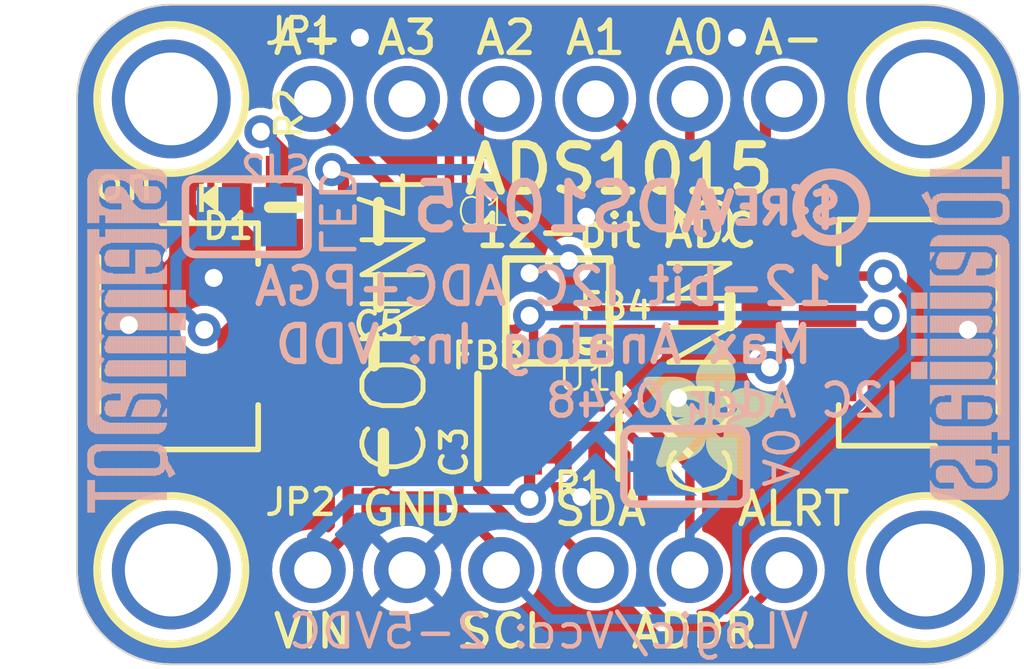
<source format=kicad_pcb>
(kicad_pcb (version 20221018) (generator pcbnew)
  (layers (0 "F.Cu" signal) (31 "B.Cu" signal) (34 "B.Paste" user) (35 "F.Paste" user) (36 "B.SilkS" user "B.Silkscreen") (37 "F.SilkS" user "F.Silkscreen") (38 "B.Mask" user) (39 "F.Mask" user) (44 "Edge.Cuts" user))
  (net 0 "")
  (net 1 "GND")
  (net 2 "SCL")
  (net 3 "SDA")
  (net 4 "ADDR")
  (net 5 "ALERT")
  (net 6 "AIN0")
  (net 7 "AIN1")
  (net 8 "AIN2")
  (net 9 "AIN3")
  (net 10 "VCC")
  (net 11 "N$3")
  (net 12 "AVDD")
  (net 13 "AGND")
  (net 14 "N$1")
  (footprint "working:0603-NO" (layer "F.Cu") (at 143.8021 105.4481)
    (fp_text reference "FB3" (at 2.032 0.127) (layer "F.SilkS") (effects (font (size 0.692831 0.692831) (thickness 0.119969)) (justify left)))
    (fp_text value "FERRITE")
    (pad "1" smd rect (at -0.85 0) (size 1.075 1) (layers "F.Cu" "F.Paste" "F.Mask") (net 10 "VCC"))
    (pad "2" smd rect (at 0.85 0) (size 1.075 1) (layers "F.Cu" "F.Paste" "F.Mask") (net 12 "AVDD"))
  )
  (footprint "working:0603-NO" (layer "F.Cu") (at 153.3906 104.3686 180)
    (fp_text reference "FB4" (at 2.032 0.127) (layer "F.SilkS") (effects (font (size 0.692831 0.692831) (thickness 0.119969)) (justify right)))
    (fp_text value "FERRITE")
    (pad "1" smd rect (at -0.85 0 180) (size 1.075 1) (layers "F.Cu" "F.Paste" "F.Mask") (net 1 "GND"))
    (pad "2" smd rect (at 0.85 0 180) (size 1.075 1) (layers "F.Cu" "F.Paste" "F.Mask") (net 13 "AGND"))
  )
  (footprint "working:MOUNTINGHOLE_2.5_PLATED" (layer "F.Cu") (at 158.6611 98.6536)
    (fp_text reference "U$27" hide)
    (fp_text value "MOUNTINGHOLE2.5" hide)
    (pad "P$1" thru_hole circle (at 0 0) (size 3.2 3.2) (drill 2.5) (layers "*.Cu" "*.Mask"))
    (zone (net 0) (net_name "") (layer "F.Cu") (connect_pads (clearance 0)) (min_thickness 0.25)
      (keepout (tracks not_allowed) (vias not_allowed) (pads not_allowed) (copperpour not_allowed) (footprints allowed))
      (fill (thermal_gap 0.5) (thermal_bridge_width 0.5))
      (polygon (pts (xy 160.6771 98.6536) (xy 160.65748 98.373027) (xy 160.599004 98.097915) (xy 160.502808 97.833619) (xy 160.370765 97.585283) (xy 160.205446 97.35774) (xy 160.010067 97.15542) (xy 159.788433 96.98226) (xy 159.544856 96.841631) (xy 159.284078 96.73627) (xy 159.011175 96.668228) (xy 158.731457 96.638828) (xy 158.450371 96.648644) (xy 158.173385 96.697484) (xy 157.905893 96.784397) (xy 157.6531 96.907693) (xy 157.419926 97.06497) (xy 157.210911 97.253169) (xy 157.030122 97.468625) (xy 156.881078 97.707145) (xy 156.76668 97.964087) (xy 156.689154 98.23445) (xy 156.650011 98.512971) (xy 156.650011 98.794229) (xy 156.689154 99.07275) (xy 156.76668 99.343113) (xy 156.881078 99.600055) (xy 157.030122 99.838575) (xy 157.210911 100.054031) (xy 157.419926 100.24223) (xy 157.6531 100.399507) (xy 157.905893 100.522803) (xy 158.173385 100.609716) (xy 158.450371 100.658556) (xy 158.731457 100.668372) (xy 159.011175 100.638972) (xy 159.284078 100.57093) (xy 159.544856 100.465569) (xy 159.788433 100.32494) (xy 160.010067 100.15178) (xy 160.205446 99.94946) (xy 160.370765 99.721917) (xy 160.502808 99.473581) (xy 160.599004 99.209285) (xy 160.65748 98.934173)))
      (polygon (pts (xy 158.6451 98.6536) (xy 158.649786 98.664914) (xy 158.6611 98.6696) (xy 158.672414 98.664914) (xy 158.6771 98.6536) (xy 158.672414 98.642286) (xy 158.6611 98.6376) (xy 158.649786 98.642286)))
    )
    (zone (net 0) (net_name "") (layer "B.Cu") (connect_pads (clearance 0)) (min_thickness 0.25)
      (keepout (tracks not_allowed) (vias not_allowed) (pads not_allowed) (copperpour not_allowed) (footprints allowed))
      (fill (thermal_gap 0.5) (thermal_bridge_width 0.5))
      (polygon (pts (xy 160.6771 98.6536) (xy 160.65748 98.373027) (xy 160.599004 98.097915) (xy 160.502808 97.833619) (xy 160.370765 97.585283) (xy 160.205446 97.35774) (xy 160.010067 97.15542) (xy 159.788433 96.98226) (xy 159.544856 96.841631) (xy 159.284078 96.73627) (xy 159.011175 96.668228) (xy 158.731457 96.638828) (xy 158.450371 96.648644) (xy 158.173385 96.697484) (xy 157.905893 96.784397) (xy 157.6531 96.907693) (xy 157.419926 97.06497) (xy 157.210911 97.253169) (xy 157.030122 97.468625) (xy 156.881078 97.707145) (xy 156.76668 97.964087) (xy 156.689154 98.23445) (xy 156.650011 98.512971) (xy 156.650011 98.794229) (xy 156.689154 99.07275) (xy 156.76668 99.343113) (xy 156.881078 99.600055) (xy 157.030122 99.838575) (xy 157.210911 100.054031) (xy 157.419926 100.24223) (xy 157.6531 100.399507) (xy 157.905893 100.522803) (xy 158.173385 100.609716) (xy 158.450371 100.658556) (xy 158.731457 100.668372) (xy 159.011175 100.638972) (xy 159.284078 100.57093) (xy 159.544856 100.465569) (xy 159.788433 100.32494) (xy 160.010067 100.15178) (xy 160.205446 99.94946) (xy 160.370765 99.721917) (xy 160.502808 99.473581) (xy 160.599004 99.209285) (xy 160.65748 98.934173)))
      (polygon (pts (xy 158.6451 98.6536) (xy 158.649786 98.664914) (xy 158.6611 98.6696) (xy 158.672414 98.664914) (xy 158.6771 98.6536) (xy 158.672414 98.642286) (xy 158.6611 98.6376) (xy 158.649786 98.642286)))
    )
  )
  (footprint "working:MOUNTINGHOLE_2.5_PLATED" (layer "F.Cu") (at 158.6611 111.3536)
    (fp_text reference "U$30" hide)
    (fp_text value "MOUNTINGHOLE2.5" hide)
    (pad "P$1" thru_hole circle (at 0 0) (size 3.2 3.2) (drill 2.5) (layers "*.Cu" "*.Mask"))
    (zone (net 0) (net_name "") (layer "F.Cu") (connect_pads (clearance 0)) (min_thickness 0.25)
      (keepout (tracks not_allowed) (vias not_allowed) (pads not_allowed) (copperpour not_allowed) (footprints allowed))
      (fill (thermal_gap 0.5) (thermal_bridge_width 0.5))
      (polygon (pts (xy 160.6771 111.3536) (xy 160.65748 111.073027) (xy 160.599004 110.797915) (xy 160.502808 110.533619) (xy 160.370765 110.285283) (xy 160.205446 110.05774) (xy 160.010067 109.85542) (xy 159.788433 109.68226) (xy 159.544856 109.541631) (xy 159.284078 109.43627) (xy 159.011175 109.368228) (xy 158.731457 109.338828) (xy 158.450371 109.348644) (xy 158.173385 109.397484) (xy 157.905893 109.484397) (xy 157.6531 109.607693) (xy 157.419926 109.76497) (xy 157.210911 109.953169) (xy 157.030122 110.168625) (xy 156.881078 110.407145) (xy 156.76668 110.664087) (xy 156.689154 110.93445) (xy 156.650011 111.212971) (xy 156.650011 111.494229) (xy 156.689154 111.77275) (xy 156.76668 112.043113) (xy 156.881078 112.300055) (xy 157.030122 112.538575) (xy 157.210911 112.754031) (xy 157.419926 112.94223) (xy 157.6531 113.099507) (xy 157.905893 113.222803) (xy 158.173385 113.309716) (xy 158.450371 113.358556) (xy 158.731457 113.368372) (xy 159.011175 113.338972) (xy 159.284078 113.27093) (xy 159.544856 113.165569) (xy 159.788433 113.02494) (xy 160.010067 112.85178) (xy 160.205446 112.64946) (xy 160.370765 112.421917) (xy 160.502808 112.173581) (xy 160.599004 111.909285) (xy 160.65748 111.634173)))
      (polygon (pts (xy 158.6451 111.3536) (xy 158.649786 111.364914) (xy 158.6611 111.3696) (xy 158.672414 111.364914) (xy 158.6771 111.3536) (xy 158.672414 111.342286) (xy 158.6611 111.3376) (xy 158.649786 111.342286)))
    )
    (zone (net 0) (net_name "") (layer "B.Cu") (connect_pads (clearance 0)) (min_thickness 0.25)
      (keepout (tracks not_allowed) (vias not_allowed) (pads not_allowed) (copperpour not_allowed) (footprints allowed))
      (fill (thermal_gap 0.5) (thermal_bridge_width 0.5))
      (polygon (pts (xy 160.6771 111.3536) (xy 160.65748 111.073027) (xy 160.599004 110.797915) (xy 160.502808 110.533619) (xy 160.370765 110.285283) (xy 160.205446 110.05774) (xy 160.010067 109.85542) (xy 159.788433 109.68226) (xy 159.544856 109.541631) (xy 159.284078 109.43627) (xy 159.011175 109.368228) (xy 158.731457 109.338828) (xy 158.450371 109.348644) (xy 158.173385 109.397484) (xy 157.905893 109.484397) (xy 157.6531 109.607693) (xy 157.419926 109.76497) (xy 157.210911 109.953169) (xy 157.030122 110.168625) (xy 156.881078 110.407145) (xy 156.76668 110.664087) (xy 156.689154 110.93445) (xy 156.650011 111.212971) (xy 156.650011 111.494229) (xy 156.689154 111.77275) (xy 156.76668 112.043113) (xy 156.881078 112.300055) (xy 157.030122 112.538575) (xy 157.210911 112.754031) (xy 157.419926 112.94223) (xy 157.6531 113.099507) (xy 157.905893 113.222803) (xy 158.173385 113.309716) (xy 158.450371 113.358556) (xy 158.731457 113.368372) (xy 159.011175 113.338972) (xy 159.284078 113.27093) (xy 159.544856 113.165569) (xy 159.788433 113.02494) (xy 160.010067 112.85178) (xy 160.205446 112.64946) (xy 160.370765 112.421917) (xy 160.502808 112.173581) (xy 160.599004 111.909285) (xy 160.65748 111.634173)))
      (polygon (pts (xy 158.6451 111.3536) (xy 158.649786 111.364914) (xy 158.6611 111.3696) (xy 158.672414 111.364914) (xy 158.6771 111.3536) (xy 158.672414 111.342286) (xy 158.6611 111.3376) (xy 158.649786 111.342286)))
    )
  )
  (footprint "working:FIDUCIAL_1MM" (layer "F.Cu") (at 156.1211 100.9396)
    (fp_text reference "FID4" hide)
    (fp_text value "FIDUCIAL_1MM" hide)
    (pad "1" smd roundrect (at 0 0) (size 1 1) (layers "F.Cu" "F.Mask") (roundrect_rratio 0.5))
  )
  (footprint "working:MSOP10" (layer "F.Cu") (at 148.7551 104.3686 90)
    (fp_text reference "U1" (at -1.778 1.524) (layer "F.SilkS") (effects (font (size 0.739648 0.739648) (thickness 0.073152)) (justify right)))
    (fp_text value "ADS1015IDGST")
    (pad "1" smd rect (at -1 2.1131 90) (size 0.25 1) (layers "F.Cu" "F.Paste" "F.Mask") (net 4 "ADDR"))
    (pad "2" smd rect (at -0.5 2.1131 90) (size 0.25 1) (layers "F.Cu" "F.Paste" "F.Mask") (net 5 "ALERT"))
    (pad "3" smd rect (at 0 2.1131 90) (size 0.25 1) (layers "F.Cu" "F.Paste" "F.Mask") (net 13 "AGND"))
    (pad "4" smd rect (at 0.5 2.1131 90) (size 0.25 1) (layers "F.Cu" "F.Paste" "F.Mask") (net 6 "AIN0"))
    (pad "5" smd rect (at 1 2.1131 90) (size 0.25 1) (layers "F.Cu" "F.Paste" "F.Mask") (net 7 "AIN1"))
    (pad "6" smd rect (at 1 -2.1131 270) (size 0.25 1) (layers "F.Cu" "F.Paste" "F.Mask") (net 8 "AIN2"))
    (pad "7" smd rect (at 0.5 -2.1131 270) (size 0.25 1) (layers "F.Cu" "F.Paste" "F.Mask") (net 9 "AIN3"))
    (pad "8" smd rect (at 0 -2.1131 270) (size 0.25 1) (layers "F.Cu" "F.Paste" "F.Mask") (net 12 "AVDD"))
    (pad "9" smd rect (at -0.5 -2.1131 270) (size 0.25 1) (layers "F.Cu" "F.Paste" "F.Mask") (net 3 "SDA"))
    (pad "10" smd rect (at -1 -2.1131 270) (size 0.25 1) (layers "F.Cu" "F.Paste" "F.Mask") (net 2 "SCL"))
  )
  (footprint "working:MOUNTINGHOLE_2.5_PLATED" (layer "F.Cu") (at 138.3411 98.6536)
    (fp_text reference "U$25" hide)
    (fp_text value "MOUNTINGHOLE2.5" hide)
    (pad "P$1" thru_hole circle (at 0 0) (size 3.2 3.2) (drill 2.5) (layers "*.Cu" "*.Mask"))
    (zone (net 0) (net_name "") (layer "F.Cu") (connect_pads (clearance 0)) (min_thickness 0.25)
      (keepout (tracks not_allowed) (vias not_allowed) (pads not_allowed) (copperpour not_allowed) (footprints allowed))
      (fill (thermal_gap 0.5) (thermal_bridge_width 0.5))
      (polygon (pts (xy 140.3571 98.6536) (xy 140.33748 98.373027) (xy 140.279004 98.097915) (xy 140.182808 97.833619) (xy 140.050765 97.585283) (xy 139.885446 97.35774) (xy 139.690067 97.15542) (xy 139.468433 96.98226) (xy 139.224856 96.841631) (xy 138.964078 96.73627) (xy 138.691175 96.668228) (xy 138.411457 96.638828) (xy 138.130371 96.648644) (xy 137.853385 96.697484) (xy 137.585893 96.784397) (xy 137.3331 96.907693) (xy 137.099926 97.06497) (xy 136.890911 97.253169) (xy 136.710122 97.468625) (xy 136.561078 97.707145) (xy 136.44668 97.964087) (xy 136.369154 98.23445) (xy 136.330011 98.512971) (xy 136.330011 98.794229) (xy 136.369154 99.07275) (xy 136.44668 99.343113) (xy 136.561078 99.600055) (xy 136.710122 99.838575) (xy 136.890911 100.054031) (xy 137.099926 100.24223) (xy 137.3331 100.399507) (xy 137.585893 100.522803) (xy 137.853385 100.609716) (xy 138.130371 100.658556) (xy 138.411457 100.668372) (xy 138.691175 100.638972) (xy 138.964078 100.57093) (xy 139.224856 100.465569) (xy 139.468433 100.32494) (xy 139.690067 100.15178) (xy 139.885446 99.94946) (xy 140.050765 99.721917) (xy 140.182808 99.473581) (xy 140.279004 99.209285) (xy 140.33748 98.934173)))
      (polygon (pts (xy 138.3251 98.6536) (xy 138.329786 98.664914) (xy 138.3411 98.6696) (xy 138.352414 98.664914) (xy 138.3571 98.6536) (xy 138.352414 98.642286) (xy 138.3411 98.6376) (xy 138.329786 98.642286)))
    )
    (zone (net 0) (net_name "") (layer "B.Cu") (connect_pads (clearance 0)) (min_thickness 0.25)
      (keepout (tracks not_allowed) (vias not_allowed) (pads not_allowed) (copperpour not_allowed) (footprints allowed))
      (fill (thermal_gap 0.5) (thermal_bridge_width 0.5))
      (polygon (pts (xy 140.3571 98.6536) (xy 140.33748 98.373027) (xy 140.279004 98.097915) (xy 140.182808 97.833619) (xy 140.050765 97.585283) (xy 139.885446 97.35774) (xy 139.690067 97.15542) (xy 139.468433 96.98226) (xy 139.224856 96.841631) (xy 138.964078 96.73627) (xy 138.691175 96.668228) (xy 138.411457 96.638828) (xy 138.130371 96.648644) (xy 137.853385 96.697484) (xy 137.585893 96.784397) (xy 137.3331 96.907693) (xy 137.099926 97.06497) (xy 136.890911 97.253169) (xy 136.710122 97.468625) (xy 136.561078 97.707145) (xy 136.44668 97.964087) (xy 136.369154 98.23445) (xy 136.330011 98.512971) (xy 136.330011 98.794229) (xy 136.369154 99.07275) (xy 136.44668 99.343113) (xy 136.561078 99.600055) (xy 136.710122 99.838575) (xy 136.890911 100.054031) (xy 137.099926 100.24223) (xy 137.3331 100.399507) (xy 137.585893 100.522803) (xy 137.853385 100.609716) (xy 138.130371 100.658556) (xy 138.411457 100.668372) (xy 138.691175 100.638972) (xy 138.964078 100.57093) (xy 139.224856 100.465569) (xy 139.468433 100.32494) (xy 139.690067 100.15178) (xy 139.885446 99.94946) (xy 140.050765 99.721917) (xy 140.182808 99.473581) (xy 140.279004 99.209285) (xy 140.33748 98.934173)))
      (polygon (pts (xy 138.3251 98.6536) (xy 138.329786 98.664914) (xy 138.3411 98.6696) (xy 138.352414 98.664914) (xy 138.3571 98.6536) (xy 138.352414 98.642286) (xy 138.3411 98.6376) (xy 138.329786 98.642286)))
    )
  )
  (footprint "working:0603-NO" (layer "F.Cu") (at 143.9291 103.8606 180)
    (fp_text reference "C5" (at -0.762 -0.889) (layer "F.SilkS") (effects (font (size 0.692831 0.692831) (thickness 0.119969)) (justify right)))
    (fp_text value "0.1uF")
    (pad "1" smd rect (at -0.85 0 180) (size 1.075 1) (layers "F.Cu" "F.Paste" "F.Mask") (net 12 "AVDD"))
    (pad "2" smd rect (at 0.85 0 180) (size 1.075 1) (layers "F.Cu" "F.Paste" "F.Mask") (net 13 "AGND"))
  )
  (footprint "working:CHIPLED_0603_NOOUTLINE" (layer "F.Cu") (at 139.3571 101.3206 90)
    (fp_text reference "D1" (at -0.762 1.27) (layer "F.SilkS") (effects (font (size 0.692831 0.692831) (thickness 0.119969)) (justify right)))
    (fp_text value "GREEN")
    (pad "A" smd rect (at 0 0.75 90) (size 0.8 0.8) (layers "F.Cu" "F.Paste" "F.Mask") (net 11 "N$3"))
    (pad "C" smd rect (at 0 -0.75 90) (size 0.8 0.8) (layers "F.Cu" "F.Paste" "F.Mask") (net 1 "GND"))
  )
  (footprint "working:RESPACK_4X0603" (layer "F.Cu") (at 148.5011 107.4801 180)
    (fp_text reference "R1" (at -1.6 -1.6) (layer "F.SilkS") (effects (font (size 0.692831 0.692831) (thickness 0.119969)) (justify right)))
    (fp_text value "10K")
    (pad "1" smd rect (at -1.3 0.85 180) (size 0.45 0.9) (layers "F.Cu" "F.Paste" "F.Mask") (net 4 "ADDR"))
    (pad "2" smd rect (at -0.4 0.85 180) (size 0.45 0.9) (layers "F.Cu" "F.Paste" "F.Mask") (net 5 "ALERT"))
    (pad "3" smd rect (at 0.4 0.85 180) (size 0.45 0.9) (layers "F.Cu" "F.Paste" "F.Mask") (net 3 "SDA"))
    (pad "4" smd rect (at 1.3 0.85 180) (size 0.45 0.9) (layers "F.Cu" "F.Paste" "F.Mask") (net 2 "SCL"))
    (pad "5" smd rect (at 1.3 -0.85 180) (size 0.45 0.9) (layers "F.Cu" "F.Paste" "F.Mask") (net 10 "VCC"))
    (pad "6" smd rect (at 0.4 -0.85 180) (size 0.45 0.9) (layers "F.Cu" "F.Paste" "F.Mask") (net 10 "VCC"))
    (pad "7" smd rect (at -0.4 -0.85 180) (size 0.45 0.9) (layers "F.Cu" "F.Paste" "F.Mask") (net 10 "VCC"))
    (pad "8" smd rect (at -1.3 -0.85 180) (size 0.45 0.9) (layers "F.Cu" "F.Paste" "F.Mask") (net 1 "GND"))
  )
  (footprint "working:ADAFRUIT_3.5MM" (layer "F.Cu") (at 151.0411 108.9406)
    (fp_text reference "U$32" hide)
    (fp_text value "" hide)
  )
  (footprint "working:0805-NO" (layer "F.Cu") (at 143.9291 101.9556)
    (fp_text reference "C1" (at 2.032 -0.254) (layer "F.SilkS") (effects (font (size 0.75948 0.75948) (thickness 0.05332)) (justify left)))
    (fp_text value "10µF")
    (pad "1" smd rect (at -0.95 0) (size 1.24 1.5) (layers "F.Cu" "F.Paste" "F.Mask") (net 13 "AGND"))
    (pad "2" smd rect (at 0.95 0) (size 1.24 1.5) (layers "F.Cu" "F.Paste" "F.Mask") (net 12 "AVDD"))
  )
  (footprint "working:JST_SH4" (layer "F.Cu") (at 138.4681 105.0036 -90)
    (fp_text reference "CONN4" (at -4.6 -5.9 90) (layer "F.SilkS") (effects (font (size 1.647139 1.647139) (thickness 0.130861)) (justify right)))
    (fp_text value "STEMMA_I2C_QT" hide)
    (pad "1" smd rect (at -1.5 -2.514) (size 1.55 0.6) (layers "F.Cu" "F.Paste" "F.Mask") (net 1 "GND"))
    (pad "2" smd rect (at -0.5 -2.514) (size 1.55 0.6) (layers "F.Cu" "F.Paste" "F.Mask") (net 10 "VCC"))
    (pad "3" smd rect (at 0.5 -2.514) (size 1.55 0.6) (layers "F.Cu" "F.Paste" "F.Mask") (net 3 "SDA"))
    (pad "4" smd rect (at 1.5 -2.514) (size 1.55 0.6) (layers "F.Cu" "F.Paste" "F.Mask") (net 2 "SCL"))
    (pad "MT1" smd rect (at -2.8 1.386) (size 1.8 1.2) (layers "F.Cu" "F.Paste" "F.Mask") (net 1 "GND"))
    (pad "MT2" smd rect (at 2.8 1.386) (size 1.8 1.2) (layers "F.Cu" "F.Paste" "F.Mask") (net 1 "GND"))
  )
  (footprint "working:1X06_ROUND_70" (layer "F.Cu") (at 148.5011 98.6536)
    (fp_text reference "JP1" (at -7.6962 -1.8288) (layer "F.SilkS") (effects (font (size 0.692831 0.692831) (thickness 0.119969)) (justify left)))
    (fp_text value "")
    (pad "1" thru_hole circle (at -6.35 0 90) (size 1.778 1.778) (drill 1) (layers "*.Cu" "*.Mask") (net 12 "AVDD"))
    (pad "2" thru_hole circle (at -3.81 0 90) (size 1.778 1.778) (drill 1) (layers "*.Cu" "*.Mask") (net 9 "AIN3"))
    (pad "3" thru_hole circle (at -1.27 0 90) (size 1.778 1.778) (drill 1) (layers "*.Cu" "*.Mask") (net 8 "AIN2"))
    (pad "4" thru_hole circle (at 1.27 0 90) (size 1.778 1.778) (drill 1) (layers "*.Cu" "*.Mask") (net 7 "AIN1"))
    (pad "5" thru_hole circle (at 3.81 0 90) (size 1.778 1.778) (drill 1) (layers "*.Cu" "*.Mask") (net 6 "AIN0"))
    (pad "6" thru_hole circle (at 6.35 0 90) (size 1.778 1.778) (drill 1) (layers "*.Cu" "*.Mask") (net 13 "AGND"))
  )
  (footprint "working:0805-NO" (layer "F.Cu") (at 144.0561 108.1786)
    (fp_text reference "C3" (at 1.905 -0.762 90) (layer "F.SilkS") (effects (font (size 0.692831 0.692831) (thickness 0.119969)) (justify right)))
    (fp_text value "10uF")
    (pad "1" smd rect (at -0.95 0) (size 1.24 1.5) (layers "F.Cu" "F.Paste" "F.Mask") (net 10 "VCC"))
    (pad "2" smd rect (at 0.95 0) (size 1.24 1.5) (layers "F.Cu" "F.Paste" "F.Mask") (net 1 "GND"))
  )
  (footprint "working:FIDUCIAL_1MM" (layer "F.Cu") (at 140.8811 109.0676)
    (fp_text reference "FID3" hide)
    (fp_text value "FIDUCIAL_1MM" hide)
    (pad "1" smd roundrect (at 0 0) (size 1 1) (layers "F.Cu" "F.Mask") (roundrect_rratio 0.5))
  )
  (footprint "working:JST_SH4" (layer "F.Cu") (at 158.5341 105.0036 90)
    (fp_text reference "CONN3" (at -4.6 -5.9 90) (layer "F.SilkS") (effects (font (size 1.647139 1.647139) (thickness 0.130861)) (justify left)))
    (fp_text value "STEMMA_I2C_QT" hide)
    (pad "1" smd rect (at -1.5 -2.514 180) (size 1.55 0.6) (layers "F.Cu" "F.Paste" "F.Mask") (net 1 "GND"))
    (pad "2" smd rect (at -0.5 -2.514 180) (size 1.55 0.6) (layers "F.Cu" "F.Paste" "F.Mask") (net 10 "VCC"))
    (pad "3" smd rect (at 0.5 -2.514 180) (size 1.55 0.6) (layers "F.Cu" "F.Paste" "F.Mask") (net 3 "SDA"))
    (pad "4" smd rect (at 1.5 -2.514 180) (size 1.55 0.6) (layers "F.Cu" "F.Paste" "F.Mask") (net 2 "SCL"))
    (pad "MT1" smd rect (at -2.8 1.386 180) (size 1.8 1.2) (layers "F.Cu" "F.Paste" "F.Mask") (net 1 "GND"))
    (pad "MT2" smd rect (at 2.8 1.386 180) (size 1.8 1.2) (layers "F.Cu" "F.Paste" "F.Mask") (net 1 "GND"))
  )
  (footprint "working:MOUNTINGHOLE_2.5_PLATED" (layer "F.Cu") (at 138.3411 111.3536)
    (fp_text reference "U$29" hide)
    (fp_text value "MOUNTINGHOLE2.5" hide)
    (pad "P$1" thru_hole circle (at 0 0) (size 3.2 3.2) (drill 2.5) (layers "*.Cu" "*.Mask"))
    (zone (net 0) (net_name "") (layer "F.Cu") (connect_pads (clearance 0)) (min_thickness 0.25)
      (keepout (tracks not_allowed) (vias not_allowed) (pads not_allowed) (copperpour not_allowed) (footprints allowed))
      (fill (thermal_gap 0.5) (thermal_bridge_width 0.5))
      (polygon (pts (xy 140.3571 111.3536) (xy 140.33748 111.073027) (xy 140.279004 110.797915) (xy 140.182808 110.533619) (xy 140.050765 110.285283) (xy 139.885446 110.05774) (xy 139.690067 109.85542) (xy 139.468433 109.68226) (xy 139.224856 109.541631) (xy 138.964078 109.43627) (xy 138.691175 109.368228) (xy 138.411457 109.338828) (xy 138.130371 109.348644) (xy 137.853385 109.397484) (xy 137.585893 109.484397) (xy 137.3331 109.607693) (xy 137.099926 109.76497) (xy 136.890911 109.953169) (xy 136.710122 110.168625) (xy 136.561078 110.407145) (xy 136.44668 110.664087) (xy 136.369154 110.93445) (xy 136.330011 111.212971) (xy 136.330011 111.494229) (xy 136.369154 111.77275) (xy 136.44668 112.043113) (xy 136.561078 112.300055) (xy 136.710122 112.538575) (xy 136.890911 112.754031) (xy 137.099926 112.94223) (xy 137.3331 113.099507) (xy 137.585893 113.222803) (xy 137.853385 113.309716) (xy 138.130371 113.358556) (xy 138.411457 113.368372) (xy 138.691175 113.338972) (xy 138.964078 113.27093) (xy 139.224856 113.165569) (xy 139.468433 113.02494) (xy 139.690067 112.85178) (xy 139.885446 112.64946) (xy 140.050765 112.421917) (xy 140.182808 112.173581) (xy 140.279004 111.909285) (xy 140.33748 111.634173)))
      (polygon (pts (xy 138.3251 111.3536) (xy 138.329786 111.364914) (xy 138.3411 111.3696) (xy 138.352414 111.364914) (xy 138.3571 111.3536) (xy 138.352414 111.342286) (xy 138.3411 111.3376) (xy 138.329786 111.342286)))
    )
    (zone (net 0) (net_name "") (layer "B.Cu") (connect_pads (clearance 0)) (min_thickness 0.25)
      (keepout (tracks not_allowed) (vias not_allowed) (pads not_allowed) (copperpour not_allowed) (footprints allowed))
      (fill (thermal_gap 0.5) (thermal_bridge_width 0.5))
      (polygon (pts (xy 140.3571 111.3536) (xy 140.33748 111.073027) (xy 140.279004 110.797915) (xy 140.182808 110.533619) (xy 140.050765 110.285283) (xy 139.885446 110.05774) (xy 139.690067 109.85542) (xy 139.468433 109.68226) (xy 139.224856 109.541631) (xy 138.964078 109.43627) (xy 138.691175 109.368228) (xy 138.411457 109.338828) (xy 138.130371 109.348644) (xy 137.853385 109.397484) (xy 137.585893 109.484397) (xy 137.3331 109.607693) (xy 137.099926 109.76497) (xy 136.890911 109.953169) (xy 136.710122 110.168625) (xy 136.561078 110.407145) (xy 136.44668 110.664087) (xy 136.369154 110.93445) (xy 136.330011 111.212971) (xy 136.330011 111.494229) (xy 136.369154 111.77275) (xy 136.44668 112.043113) (xy 136.561078 112.300055) (xy 136.710122 112.538575) (xy 136.890911 112.754031) (xy 137.099926 112.94223) (xy 137.3331 113.099507) (xy 137.585893 113.222803) (xy 137.853385 113.309716) (xy 138.130371 113.358556) (xy 138.411457 113.368372) (xy 138.691175 113.338972) (xy 138.964078 113.27093) (xy 139.224856 113.165569) (xy 139.468433 113.02494) (xy 139.690067 112.85178) (xy 139.885446 112.64946) (xy 140.050765 112.421917) (xy 140.182808 112.173581) (xy 140.279004 111.909285) (xy 140.33748 111.634173)))
      (polygon (pts (xy 138.3251 111.3536) (xy 138.329786 111.364914) (xy 138.3411 111.3696) (xy 138.352414 111.364914) (xy 138.3571 111.3536) (xy 138.352414 111.342286) (xy 138.3411 111.3376) (xy 138.329786 111.342286)))
    )
  )
  (footprint "working:0603-NO" (layer "F.Cu") (at 141.3891 101.5746 90)
    (fp_text reference "R2" (at 1.778 0.127 90) (layer "F.SilkS") (effects (font (size 0.692831 0.692831) (thickness 0.119969)) (justify left)))
    (fp_text value "10K")
    (pad "1" smd rect (at -0.85 0 90) (size 1.075 1) (layers "F.Cu" "F.Paste" "F.Mask") (net 11 "N$3"))
    (pad "2" smd rect (at 0.85 0 90) (size 1.075 1) (layers "F.Cu" "F.Paste" "F.Mask") (net 14 "N$1"))
  )
  (footprint "working:1X06_ROUND_70" (layer "F.Cu") (at 148.5011 111.3536)
    (fp_text reference "JP2" (at -7.6962 -1.8288) (layer "F.SilkS") (effects (font (size 0.692831 0.692831) (thickness 0.119969)) (justify left)))
    (fp_text value "")
    (pad "1" thru_hole circle (at -6.35 0 90) (size 1.778 1.778) (drill 1) (layers "*.Cu" "*.Mask") (net 10 "VCC"))
    (pad "2" thru_hole circle (at -3.81 0 90) (size 1.778 1.778) (drill 1) (layers "*.Cu" "*.Mask") (net 1 "GND"))
    (pad "3" thru_hole circle (at -1.27 0 90) (size 1.778 1.778) (drill 1) (layers "*.Cu" "*.Mask") (net 2 "SCL"))
    (pad "4" thru_hole circle (at 1.27 0 90) (size 1.778 1.778) (drill 1) (layers "*.Cu" "*.Mask") (net 3 "SDA"))
    (pad "5" thru_hole circle (at 3.81 0 90) (size 1.778 1.778) (drill 1) (layers "*.Cu" "*.Mask") (net 4 "ADDR"))
    (pad "6" thru_hole circle (at 6.35 0 90) (size 1.778 1.778) (drill 1) (layers "*.Cu" "*.Mask") (net 5 "ALERT"))
  )
  (footprint "working:STEMMAQT" (layer "B.Cu") (at 158.2801 109.4486 90)
    (fp_text reference "U$34" hide)
    (fp_text value "" hide)
  )
  (footprint "working:SOLDERJUMPER_CLOSEDWIRE" (layer "B.Cu") (at 140.3731 101.8286 180)
    (fp_text reference "SJ2" (at -1.778 1.27) (layer "B.SilkS") (effects (font (size 0.692831 0.692831) (thickness 0.119969)) (justify left mirror)))
    (fp_text value "")
    (pad "1" smd rect (at -0.762 0 180) (size 1.1684 1.6002) (layers "B.Cu") (net 14 "N$1"))
    (pad "2" smd rect (at 0.762 0 180) (size 1.1684 1.6002) (layers "B.Cu") (net 10 "VCC"))
    (pad "WIRE" smd rect (at 0 0) (size 0.635 0.2032) (layers "B.Cu"))
  )
  (footprint "working:STEMMAQT" (layer "B.Cu") (at 138.7221 100.5586 -90)
    (fp_text reference "U$35" hide)
    (fp_text value "" hide)
  )
  (footprint "working:PCBFEAT-REV-040" (layer "B.Cu") (at 156.1211 101.5746 180)
    (fp_text reference "U$33" hide)
    (fp_text value "" hide)
    (fp_text user "${REV}" (at -0.3556 -0.508) (layer "B.SilkS") (effects (font (size 0.8128 0.8128) (thickness 0.2032)) (justify left bottom mirror)))
  )
  (footprint "working:SOLDERJUMPER_ARROW_NOPASTE" (layer "B.Cu") (at 152.1841 108.5596 180)
    (fp_text reference "SJ1" (at -1.778 1.27) (layer "B.SilkS") (effects (font (size 0.692831 0.692831) (thickness 0.119969)) (justify left mirror)))
    (fp_text value "")
    (fp_poly (pts (xy 0.106121 -0.002663) (xy -0.679416 -0.7882) (xy -1.3946 -0.7882) (xy -1.3946 0.7882) (xy -0.62715 0.7882)) (fill solid) (layer "B.Cu"))
    (fp_poly (pts (xy 1.3946 -0.7882) (xy -0.315893 -0.7882) (xy 0.443148 0) (xy -0.315893 0.7882) (xy 1.3946 0.7882)) (fill solid) (layer "B.Cu"))
    (pad "1" smd roundrect (at -1.016 0 180) (size 0.762 1.524) (layers "B.Cu") (net 4 "ADDR"))
    (pad "2" smd roundrect (at 1.016 0 180) (size 0.762 1.524) (layers "B.Cu") (net 10 "VCC"))
  )
  (gr_line (start 158.6611 96.1136) (end 138.3411 96.1136) (stroke (width 0.05)) (layer "Edge.Cuts"))
  (gr_arc (start 135.8011 98.6536) (mid 136.545049 96.857549) (end 138.3411 96.1136) (stroke (width 0.05)) (layer "Edge.Cuts"))
  (gr_arc (start 161.2011 111.3536) (mid 160.457151 113.149651) (end 158.6611 113.8936) (stroke (width 0.05)) (layer "Edge.Cuts"))
  (gr_arc (start 158.6611 96.1136) (mid 160.457151 96.857549) (end 161.2011 98.6536) (stroke (width 0.05)) (layer "Edge.Cuts"))
  (gr_line (start 135.8011 98.6536) (end 135.8011 111.3536) (stroke (width 0.05)) (layer "Edge.Cuts"))
  (gr_line (start 138.3411 113.8936) (end 158.6611 113.8936) (stroke (width 0.05)) (layer "Edge.Cuts"))
  (gr_line (start 161.2011 111.3536) (end 161.2011 98.6536) (stroke (width 0.05)) (layer "Edge.Cuts"))
  (gr_arc (start 138.3411 113.8936) (mid 136.545049 113.149651) (end 135.8011 111.3536) (stroke (width 0.05)) (layer "Edge.Cuts"))
  (gr_text "12-bit I2C ADC+PGA\nMax Analog In: VDD" (at 148.3741 104.4956) (layer "B.SilkS") (effects (font (size 0.97155 0.97155) (thickness 0.17145)) (justify mirror)))
  (gr_text "LED" (at 142.7861 101.7016 -90) (layer "B.SilkS") (effects (font (size 0.89408 0.89408) (thickness 0.12192)) (justify mirror)))
  (gr_text "ADS1015" (at 149.0091 101.5746) (layer "B.SilkS") (effects (font (size 1.25222 1.25222) (thickness 0.22098)) (justify mirror)))
  (gr_text "VLogic/Vcc: 2-5VDC" (at 148.5011 113.0046) (layer "B.SilkS") (effects (font (size 0.89408 0.89408) (thickness 0.12192)) (justify mirror)))
  (gr_text "I2C Addr 0x48" (at 153.2001 106.7816) (layer "B.SilkS") (effects (font (size 0.87376 0.87376) (thickness 0.14224)) (justify mirror)))
  (gr_text "A0" (at 154.7241 108.3056 -90) (layer "B.SilkS") (effects (font (size 0.89408 0.89408) (thickness 0.12192)) (justify mirror)))
  (gr_text "ALRT" (at 155.1051 109.7026) (layer "F.SilkS") (effects (font (size 0.87376 0.87376) (thickness 0.14224))))
  (gr_text "12-bit ADC" (at 150.3426 102.2096) (layer "F.SilkS") (effects (font (size 0.8636 0.8636) (thickness 0.1524))))
  (gr_text "A-" (at 154.9781 97.0026) (layer "F.SilkS") (effects (font (size 0.87376 0.87376) (thickness 0.14224))))
  (gr_text "SDA" (at 149.8981 109.7026) (layer "F.SilkS") (effects (font (size 0.87376 0.87376) (thickness 0.14224))))
  (gr_text "ADS1015" (at 150.4061 100.5586) (layer "F.SilkS") (effects (font (size 1.25222 1.25222) (thickness 0.22098))))
  (gr_text "GND" (at 144.8181 109.7026) (layer "F.SilkS") (effects (font (size 0.87376 0.87376) (thickness 0.14224))))
  (gr_text "VIN" (at 142.1511 113.0046) (layer "F.SilkS") (effects (font (size 0.87376 0.87376) (thickness 0.14224))))
  (gr_text "A1" (at 149.7711 97.0026) (layer "F.SilkS") (effects (font (size 0.87376 0.87376) (thickness 0.14224))))
  (gr_text "ADDR" (at 152.4381 113.0046) (layer "F.SilkS") (effects (font (size 0.87376 0.87376) (thickness 0.14224))))
  (gr_text "A3" (at 144.6911 97.0026) (layer "F.SilkS") (effects (font (size 0.87376 0.87376) (thickness 0.14224))))
  (gr_text "A+" (at 142.0241 97.0026) (layer "F.SilkS") (effects (font (size 0.87376 0.87376) (thickness 0.14224))))
  (gr_text "A0" (at 152.4381 97.0026) (layer "F.SilkS") (effects (font (size 0.87376 0.87376) (thickness 0.14224))))
  (gr_text "A2" (at 147.3581 97.0026) (layer "F.SilkS") (effects (font (size 0.87376 0.87376) (thickness 0.14224))))
  (gr_text "SCL" (at 147.3581 113.0046) (layer "F.SilkS") (effects (font (size 0.87376 0.87376) (thickness 0.14224))))
  (gr_text "on" (at 136.1821 101.4476) (layer "F.SilkS") (effects (font (size 0.89408 0.89408) (thickness 0.12192)) (justify left bottom)))
  (via (at 153.5811 97.0026) (size 0.889) (drill 0.4826) (layers "F.Cu" "B.Cu") (net 1))
  (via (at 139.4841 103.4796) (size 0.889) (drill 0.4826) (layers "F.Cu" "B.Cu") (net 1))
  (via (at 149.3901 109.3851) (size 0.889) (drill 0.4826) (layers "F.Cu" "B.Cu") (net 1))
  (via (at 159.8041 104.8766) (size 0.889) (drill 0.4826) (layers "F.Cu" "B.Cu") (net 1))
  (via (at 137.1981 104.7496) (size 0.889) (drill 0.4826) (layers "F.Cu" "B.Cu") (net 1))
  (via (at 143.4211 97.0026) (size 0.889) (drill 0.4826) (layers "F.Cu" "B.Cu") (net 1))
  (via (at 147.9931 103.3526) (size 0.889) (drill 0.4826) (layers "F.Cu" "B.Cu") (net 1))
  (via (at 151.9936 106.7181) (size 0.889) (drill 0.4826) (layers "F.Cu" "B.Cu") (net 1))
  (via (at 149.5171 101.8286) (size 0.889) (drill 0.4826) (layers "F.Cu" "B.Cu") (net 1))
  (segment (start 146.0881 107.1626) (end 146.0881 109.7026) (width 0.254) (layer "F.Cu") (net 2))
  (segment (start 140.9821 106.5036) (end 141.7441 106.5036) (width 0.254) (layer "F.Cu") (net 2))
  (segment (start 146.6206 106.6301) (end 146.0881 107.1626) (width 0.254) (layer "F.Cu") (net 2))
  (segment (start 156.0201 103.5036) (end 156.0949 103.4288) (width 0.254) (layer "F.Cu") (net 2))
  (segment (start 146.0881 109.7026) (end 147.2311 110.8456) (width 0.254) (layer "F.Cu") (net 2))
  (segment (start 145.361681 107.0116) (end 142.2521 107.0116) (width 0.254) (layer "F.Cu") (net 2))
  (segment (start 142.2521 107.0116) (end 141.7441 106.5036) (width 0.254) (layer "F.Cu") (net 2))
  (segment (start 146.642 105.3686) (end 146.642 105.731282) (width 0.254) (layer "F.Cu") (net 2))
  (segment (start 146.642 105.731282) (end 145.361681 107.0116) (width 0.254) (layer "F.Cu") (net 2))
  (segment (start 147.2011 106.6301) (end 146.6206 106.6301) (width 0.254) (layer "F.Cu") (net 2))
  (segment (start 147.2011 105.9277) (end 147.2011 106.6301) (width 0.254) (layer "F.Cu") (net 2))
  (segment (start 146.642 105.3686) (end 147.2011 105.9277) (width 0.254) (layer "F.Cu") (net 2))
  (segment (start 156.0949 103.4288) (end 157.5181 103.4288) (width 0.254) (layer "F.Cu") (net 2))
  (segment (start 147.2311 110.8456) (end 147.2311 111.3536) (width 0.254) (layer "F.Cu") (net 2))
  (via (at 157.5181 103.4288) (size 0.889) (drill 0.4826) (layers "F.Cu" "B.Cu") (net 2))
  (segment (start 158.2801 105.5116) (end 158.2801 103.9368) (width 0.254) (layer "B.Cu") (net 2))
  (segment (start 157.7721 103.4288) (end 157.5181 103.4288) (width 0.254) (layer "B.Cu") (net 2))
  (segment (start 153.5811 112.025894) (end 152.932593 112.6744) (width 0.254) (layer "B.Cu") (net 2))
  (segment (start 153.5811 110.2106) (end 153.5811 112.025894) (width 0.254) (layer "B.Cu") (net 2))
  (segment (start 148.5519 112.6744) (end 147.2311 111.3536) (width 0.254) (layer "B.Cu") (net 2))
  (segment (start 152.932593 112.6744) (end 148.5519 112.6744) (width 0.254) (layer "B.Cu") (net 2))
  (segment (start 158.2801 103.9368) (end 157.7721 103.4288) (width 0.254) (layer "B.Cu") (net 2))
  (segment (start 153.5811 110.2106) (end 158.2801 105.5116) (width 0.254) (layer "B.Cu") (net 2))
  (segment (start 148.1011 106.6301) (end 148.1011 107.1181) (width 0.254) (layer "F.Cu") (net 3))
  (segment (start 146.5961 107.7976) (end 146.5961 109.1311) (width 0.254) (layer "F.Cu") (net 3))
  (segment (start 147.6201 104.8686) (end 146.642 104.8686) (width 0.254) (layer "F.Cu") (net 3))
  (segment (start 146.5961 109.1311) (end 147.6756 110.2106) (width 0.254) (layer "F.Cu") (net 3))
  (segment (start 147.7391 107.4801) (end 146.9136 107.4801) (width 0.254) (layer "F.Cu") (net 3))
  (segment (start 145.5801 106.1466) (end 145.3341 106.3926) (width 0.254) (layer "F.Cu") (net 3))
  (segment (start 146.642 104.8686) (end 145.5801 104.8686) (width 0.254) (layer "F.Cu") (net 3))
  (segment (start 141.4901 105.5036) (end 140.9821 105.5036) (width 0.254) (layer "F.Cu") (net 3))
  (segment (start 156.0201 104.5036) (end 157.5101 104.5036) (width 0.254) (layer "F.Cu") (net 3))
  (segment (start 148.6281 110.2106) (end 147.6756 110.2106) (width 0.254) (layer "F.Cu") (net 3))
  (segment (start 148.6281 110.2106) (end 149.7711 111.3536) (width 0.254) (layer "F.Cu") (net 3))
  (segment (start 145.3341 106.3926) (end 142.3791 106.3926) (width 0.254) (layer "F.Cu") (net 3))
  (segment (start 146.9136 107.4801) (end 146.5961 107.7976) (width 0.254) (layer "F.Cu") (net 3))
  (segment (start 145.5801 104.8686) (end 145.5801 106.1466) (width 0.254) (layer "F.Cu") (net 3))
  (segment (start 148.1011 104.6036) (end 148.1011 106.6301) (width 0.254) (layer "F.Cu") (net 3))
  (segment (start 157.5101 104.5036) (end 157.5181 104.4956) (width 0.254) (layer "F.Cu") (net 3))
  (segment (start 148.1011 107.1181) (end 147.7391 107.4801) (width 0.254) (layer "F.Cu") (net 3))
  (segment (start 142.3791 106.3926) (end 141.4901 105.5036) (width 0.254) (layer "F.Cu") (net 3))
  (segment (start 147.9931 104.4956) (end 148.1011 104.6036) (width 0.254) (layer "F.Cu") (net 3))
  (segment (start 147.9931 104.4956) (end 147.6201 104.8686) (width 0.254) (layer "F.Cu") (net 3))
  (via (at 157.5181 104.4956) (size 0.889) (drill 0.4826) (layers "F.Cu" "B.Cu") (net 3))
  (via (at 147.9931 104.4956) (size 0.889) (drill 0.4826) (layers "F.Cu" "B.Cu") (net 3))
  (segment (start 157.5181 104.4956) (end 147.9931 104.4956) (width 0.254) (layer "B.Cu") (net 3))
  (segment (start 152.3111 108.5596) (end 152.3111 111.3536) (width 0.254) (layer "F.Cu") (net 4))
  (segment (start 150.8682 105.3686) (end 149.8011 105.3686) (width 0.254) (layer "F.Cu") (net 4))
  (segment (start 149.8011 106.6301) (end 150.3816 106.6301) (width 0.254) (layer "F.Cu") (net 4))
  (segment (start 149.8011 105.3686) (end 149.8011 106.6301) (width 0.254) (layer "F.Cu") (net 4))
  (segment (start 150.3816 106.6301) (end 152.3111 108.5596) (width 0.254) (layer "F.Cu") (net 4))
  (segment (start 153.2001 109.4486) (end 152.3111 110.3376) (width 0.254) (layer "B.Cu") (net 4))
  (segment (start 153.2001 108.5596) (end 153.2001 109.4486) (width 0.254) (layer "B.Cu") (net 4))
  (segment (start 152.3111 110.3376) (end 152.3111 111.3536) (width 0.254) (layer "B.Cu") (net 4))
  (segment (start 148.9011 106.6301) (end 148.9011 107.1816) (width 0.254) (layer "F.Cu") (net 5))
  (segment (start 148.9011 107.1816) (end 149.1996 107.4801) (width 0.254) (layer "F.Cu") (net 5))
  (segment (start 148.9011 104.8686) (end 148.9011 106.6301) (width 0.254) (layer "F.Cu") (net 5))
  (segment (start 153.4541 112.8776) (end 154.8511 111.4806) (width 0.254) (layer "F.Cu") (net 5))
  (segment (start 154.8511 111.4806) (end 154.8511 111.3536) (width 0.254) (layer "F.Cu") (net 5))
  (segment (start 150.4696 107.4801) (end 151.0411 108.0516) (width 0.254) (layer "F.Cu") (net 5))
  (segment (start 151.0411 112.1156) (end 151.8031 112.8776) (width 0.254) (layer "F.Cu") (net 5))
  (segment (start 151.0411 108.0516) (end 151.0411 112.1156) (width 0.254) (layer "F.Cu") (net 5))
  (segment (start 150.8682 104.8686) (end 148.9011 104.8686) (width 0.254) (layer "F.Cu") (net 5))
  (segment (start 151.8031 112.8776) (end 153.4541 112.8776) (width 0.254) (layer "F.Cu") (net 5))
  (segment (start 149.1996 107.4801) (end 150.4696 107.4801) (width 0.254) (layer "F.Cu") (net 5))
  (segment (start 151.5411 103.8686) (end 152.3111 103.0986) (width 0.254) (layer "F.Cu") (net 6))
  (segment (start 150.8682 103.8686) (end 151.5411 103.8686) (width 0.254) (layer "F.Cu") (net 6))
  (segment (start 152.3111 103.0986) (end 152.3111 98.6536) (width 0.254) (layer "F.Cu") (net 6))
  (segment (start 150.8682 103.3686) (end 150.8682 99.7507) (width 0.254) (layer "F.Cu") (net 7))
  (segment (start 150.8682 99.7507) (end 149.7711 98.6536) (width 0.254) (layer "F.Cu") (net 7))
  (segment (start 146.642 99.2427) (end 147.2311 98.6536) (width 0.254) (layer "F.Cu") (net 8))
  (segment (start 146.642 103.3686) (end 146.642 99.2427) (width 0.254) (layer "F.Cu") (net 8))
  (segment (start 145.8341 103.8686) (end 146.642 103.8686) (width 0.254) (layer "F.Cu") (net 9))
  (segment (start 145.8341 99.7966) (end 145.8341 103.8686) (width 0.254) (layer "F.Cu") (net 9))
  (segment (start 144.6911 98.6536) (end 145.8341 99.7966) (width 0.254) (layer "F.Cu") (net 9))
  (segment (start 148.1011 108.3301) (end 148.9011 108.3301) (width 0.3048) (layer "F.Cu") (net 10))
  (segment (start 140.9821 104.5036) (end 140.2381 104.5036) (width 0.3048) (layer "F.Cu") (net 10))
  (segment (start 140.2381 104.5036) (end 139.7381 105.0036) (width 0.3048) (layer "F.Cu") (net 10))
  (segment (start 154.8591 105.5036) (end 154.4701 105.8926) (width 0.3048) (layer "F.Cu") (net 10))
  (segment (start 143.1061 110.3376) (end 142.1511 111.2926) (width 0.3048) (layer "F.Cu") (net 10))
  (segment (start 156.0201 105.5036) (end 154.8591 105.5036) (width 0.3048) (layer "F.Cu") (net 10))
  (segment (start 142.6346 105.4481) (end 141.6901 104.5036) (width 0.3048) (layer "F.Cu") (net 10))
  (segment (start 147.2011 108.3301) (end 148.1011 108.3301) (width 0.3048) (layer "F.Cu") (net 10))
  (segment (start 142.5981 108.1786) (end 143.1061 108.1786) (width 0.3048) (layer "F.Cu") (net 10))
  (segment (start 142.6346 105.4481) (end 142.9521 105.4481) (width 0.3048) (layer "F.Cu") (net 10))
  (segment (start 140.2461 107.4166) (end 141.8361 107.4166) (width 0.3048) (layer "F.Cu") (net 10))
  (segment (start 147.9931 108.4381) (end 147.9931 109.4486) (width 0.3048) (layer "F.Cu") (net 10))
  (segment (start 142.1511 111.3536) (end 142.1511 111.2926) (width 0.3048) (layer "F.Cu") (net 10))
  (segment (start 139.3571 105.0036) (end 139.7381 105.0036) (width 0.3048) (layer "F.Cu") (net 10))
  (segment (start 139.7381 106.9086) (end 140.2461 107.4166) (width 0.3048) (layer "F.Cu") (net 10))
  (segment (start 143.1061 110.3376) (end 143.1061 108.1786) (width 0.3048) (layer "F.Cu") (net 10))
  (segment (start 139.7381 105.0036) (end 139.7381 106.9086) (width 0.3048) (layer "F.Cu") (net 10))
  (segment (start 140.9821 104.5036) (end 141.6901 104.5036) (width 0.3048) (layer "F.Cu") (net 10))
  (segment (start 148.1011 108.3301) (end 147.9931 108.4381) (width 0.3048) (layer "F.Cu") (net 10))
  (segment (start 139.2301 104.8766) (end 139.3571 105.0036) (width 0.3048) (layer "F.Cu") (net 10))
  (segment (start 142.5981 108.1786) (end 141.8361 107.4166) (width 0.3048) (layer "F.Cu") (net 10))
  (via (at 139.2301 104.8766) (size 0.889) (drill 0.4826) (layers "F.Cu" "B.Cu") (net 10))
  (via (at 154.4701 105.8926) (size 0.889) (drill 0.4826) (layers "F.Cu" "B.Cu") (net 10))
  (via (at 147.9931 109.4486) (size 0.889) (drill 0.4826) (layers "F.Cu" "B.Cu") (net 10))
  (segment (start 142.1511 110.4646) (end 142.1511 111.3536) (width 0.3048) (layer "B.Cu") (net 10))
  (segment (start 151.1681 108.5596) (end 150.6601 108.5596) (width 0.3048) (layer "B.Cu") (net 10))
  (segment (start 143.1671 109.4486) (end 142.1511 110.4646) (width 0.3048) (layer "B.Cu") (net 10))
  (segment (start 151.5491 105.8926) (end 149.7711 107.6706) (width 0.3048) (layer "B.Cu") (net 10))
  (segment (start 139.6111 101.8286) (end 138.4681 102.9716) (width 0.3048) (layer "B.Cu") (net 10))
  (segment (start 138.4681 102.9716) (end 138.4681 104.1146) (width 0.3048) (layer "B.Cu") (net 10))
  (segment (start 138.4681 104.1146) (end 139.2301 104.8766) (width 0.3048) (layer "B.Cu") (net 10))
  (segment (start 150.6601 108.5596) (end 149.7711 107.6706) (width 0.3048) (layer "B.Cu") (net 10))
  (segment (start 149.7711 107.6706) (end 147.9931 109.4486) (width 0.3048) (layer "B.Cu") (net 10))
  (segment (start 147.9931 109.4486) (end 143.1671 109.4486) (width 0.3048) (layer "B.Cu") (net 10))
  (segment (start 154.4701 105.8926) (end 151.5491 105.8926) (width 0.3048) (layer "B.Cu") (net 10))
  (segment (start 141.3891 102.4246) (end 141.3891 102.6026) (width 0.254) (layer "F.Cu") (net 11))
  (segment (start 140.1071 101.3206) (end 141.3891 102.6026) (width 0.254) (layer "F.Cu") (net 11))
  (segment (start 144.8791 101.6356) (end 144.8791 101.9556) (width 0.3048) (layer "F.Cu") (net 12))
  (segment (start 144.8791 103.7606) (end 144.7791 103.8606) (width 0.3048) (layer "F.Cu") (net 12))
  (segment (start 142.1511 98.6536) (end 142.1511 98.9076) (width 0.3048) (layer "F.Cu") (net 12))
  (segment (start 144.7791 103.9662) (end 144.7791 103.8606) (width 0.254) (layer "F.Cu") (net 12))
  (segment (start 146.642 104.3686) (end 145.1815 104.3686) (width 0.254) (layer "F.Cu") (net 12))
  (segment (start 144.8791 101.9556) (end 144.8791 103.7606) (width 0.3048) (layer "F.Cu") (net 12))
  (segment (start 144.8791 101.6356) (end 142.1511 98.9076) (width 0.3048) (layer "F.Cu") (net 12))
  (segment (start 145.1815 104.3686) (end 144.7791 103.9662) (width 0.254) (layer "F.Cu") (net 12))
  (segment (start 144.7791 103.8606) (end 144.6521 103.9876) (width 0.3048) (layer "F.Cu") (net 12))
  (segment (start 144.6521 103.9876) (end 144.6521 105.4481) (width 0.3048) (layer "F.Cu") (net 12))
  (segment (start 149.050762 103.013263) (end 149.050762 103.521263) (width 0.3048) (layer "F.Cu") (net 13))
  (segment (start 152.233081 104.269216) (end 152.5406 104.3686) (width 0.254) (layer "F.Cu") (net 13))
  (segment (start 154.3431 102.159197) (end 152.233081 104.269216) (width 0.3048) (layer "F.Cu") (net 13))
  (segment (start 149.8981 104.3686) (end 150.8682 104.3686) (width 0.3048) (layer "F.Cu") (net 13))
  (segment (start 150.8682 104.3686) (end 152.006696 104.3686) (width 0.254) (layer "F.Cu") (net 13))
  (segment (start 154.8511 98.6536) (end 154.3431 99.1616) (width 0.3048) (layer "F.Cu") (net 13))
  (segment (start 142.9791 101.9556) (end 142.9791 103.7606) (width 0.3048) (layer "F.Cu") (net 13))
  (segment (start 149.8981 104.3686) (end 149.050762 103.521263) (width 0.3048) (layer "F.Cu") (net 13))
  (segment (start 142.9791 100.8786) (end 142.6591 100.5586) (width 0.3048) (layer "F.Cu") (net 13))
  (segment (start 142.9791 101.9556) (end 142.9791 100.8786) (width 0.3048) (layer "F.Cu") (net 13))
  (segment (start 154.3431 99.1616) (end 154.3431 102.159197) (width 0.3048) (layer "F.Cu") (net 13))
  (segment (start 152.1371 104.238197) (end 152.233081 104.269216) (width 0.254) (layer "F.Cu") (net 13))
  (segment (start 152.1371 104.238197) (end 152.006696 104.3686) (width 0.3048) (layer "F.Cu") (net 13))
  (segment (start 143.0791 103.8606) (end 142.9791 103.7606) (width 0.3048) (layer "F.Cu") (net 13))
  (via (at 149.050762 103.013263) (size 0.889) (drill 0.4826) (layers "F.Cu" "B.Cu") (net 13))
  (via (at 142.6591 100.5586) (size 0.889) (drill 0.4826) (layers "F.Cu" "B.Cu") (net 13))
  (segment (start 142.6591 100.5586) (end 146.5961 100.5586) (width 0.3048) (layer "B.Cu") (net 13))
  (segment (start 146.5961 100.5586) (end 149.050762 103.013263) (width 0.3048) (layer "B.Cu") (net 13))
  (segment (start 141.3891 100.0896) (end 141.0081 99.7086) (width 0.3048) (layer "F.Cu") (net 14))
  (segment (start 141.3891 100.7246) (end 141.3891 100.0896) (width 0.3048) (layer "F.Cu") (net 14))
  (segment (start 140.9264 99.7086) (end 140.7541 99.5363) (width 0.3048) (layer "F.Cu") (net 14))
  (segment (start 141.0081 99.7086) (end 140.9264 99.7086) (width 0.3048) (layer "F.Cu") (net 14))
  (via (at 140.7541 99.5363) (size 0.889) (drill 0.4826) (layers "F.Cu" "B.Cu") (net 14))
  (segment (start 141.1351 99.9173) (end 140.7541 99.5363) (width 0.3048) (layer "B.Cu") (net 14))
  (segment (start 141.1351 101.8286) (end 141.1351 99.9173) (width 0.3048) (layer "B.Cu") (net 14))
  (zone (net 1) (net_name "GND") (layer "F.Cu") (priority 6) (connect_pads (clearance 0.000001)) (min_thickness 0.127) (fill yes (thermal_gap 0.304) (thermal_bridge_width 0.304))
    (polygon (pts (xy 161.3281 114.0206) (xy 135.6741 114.0206) (xy 135.6741 95.9866) (xy 161.3281 95.9866)))
  )
  (zone (net 1) (net_name "GND") (layer "B.Cu") (priority 6) (connect_pads (clearance 0.000001)) (min_thickness 0.127) (fill yes (thermal_gap 0.304) (thermal_bridge_width 0.304))
    (polygon (pts (xy 161.3281 114.0206) (xy 135.6741 114.0206) (xy 135.6741 95.9866) (xy 161.3281 95.9866)))
  )
)
</source>
